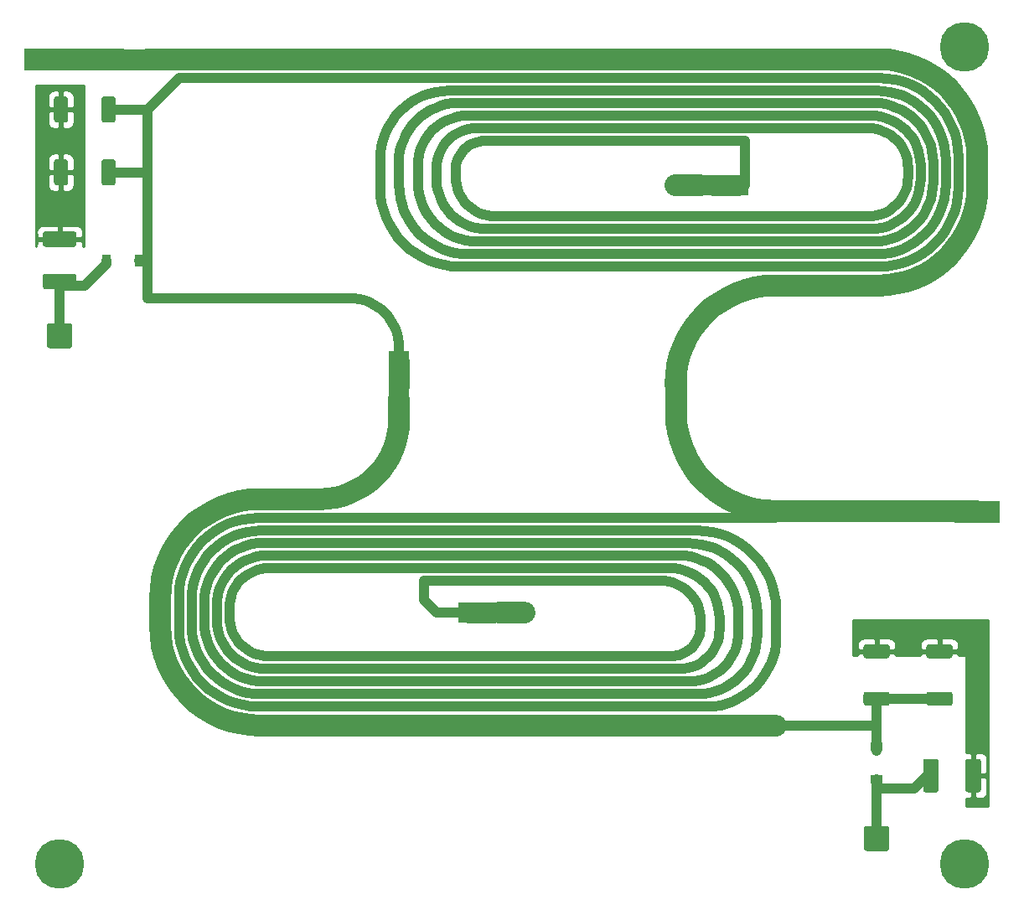
<source format=gbr>
%TF.GenerationSoftware,KiCad,Pcbnew,(5.1.12)-1*%
%TF.CreationDate,2021-12-02T17:45:38+10:30*%
%TF.ProjectId,SWR_02,5357525f-3032-42e6-9b69-6361645f7063,2*%
%TF.SameCoordinates,Original*%
%TF.FileFunction,Copper,L1,Top*%
%TF.FilePolarity,Positive*%
%FSLAX46Y46*%
G04 Gerber Fmt 4.6, Leading zero omitted, Abs format (unit mm)*
G04 Created by KiCad (PCBNEW (5.1.12)-1) date 2021-12-02 17:45:38*
%MOMM*%
%LPD*%
G01*
G04 APERTURE LIST*
%TA.AperFunction,EtchedComponent*%
%ADD10C,2.159000*%
%TD*%
%TA.AperFunction,SMDPad,CuDef*%
%ADD11R,2.032000X2.159000*%
%TD*%
%TA.AperFunction,SMDPad,CuDef*%
%ADD12R,2.159000X2.032000*%
%TD*%
%TA.AperFunction,ConnectorPad*%
%ADD13R,4.572000X2.184400*%
%TD*%
%TA.AperFunction,ConnectorPad*%
%ADD14C,5.000000*%
%TD*%
%TA.AperFunction,ComponentPad*%
%ADD15C,2.900000*%
%TD*%
%TA.AperFunction,SMDPad,CuDef*%
%ADD16R,0.900000X1.200000*%
%TD*%
%TA.AperFunction,SMDPad,CuDef*%
%ADD17R,1.200000X0.900000*%
%TD*%
%TA.AperFunction,ViaPad*%
%ADD18C,1.905000*%
%TD*%
%TA.AperFunction,Conductor*%
%ADD19C,2.184400*%
%TD*%
%TA.AperFunction,Conductor*%
%ADD20C,1.016000*%
%TD*%
%TA.AperFunction,Conductor*%
%ADD21C,0.254000*%
%TD*%
%TA.AperFunction,Conductor*%
%ADD22C,0.100000*%
%TD*%
G04 APERTURE END LIST*
D10*
%TO.C,L1A1*%
X63500000Y-30480000D02*
X60960000Y-30480000D01*
%TO.C,L1A2*%
X120650000Y-43180000D02*
X123190000Y-43180000D01*
%TO.C,L2A1*%
X88900000Y-63500000D02*
X88900000Y-60960000D01*
%TO.C,L2A2*%
X98425000Y-86360000D02*
X95885000Y-86360000D01*
%TD*%
D11*
%TO.P,L1A1,2*%
%TO.N,/Signal_Out*%
X63500000Y-30480000D03*
%TO.P,L1A1,1*%
%TO.N,/Signal_In*%
X60960000Y-30480000D03*
%TD*%
%TO.P,L1A2,2*%
%TO.N,GND*%
X120650000Y-43180000D03*
%TO.P,L1A2,1*%
%TO.N,/Fwd*%
X123190000Y-43180000D03*
%TD*%
D12*
%TO.P,L2A1,2*%
%TO.N,/Refl*%
X88900000Y-63500000D03*
%TO.P,L2A1,1*%
%TO.N,/Fwd*%
X88900000Y-60960000D03*
%TD*%
D11*
%TO.P,L2A2,2*%
%TO.N,GND*%
X98425000Y-86360000D03*
%TO.P,L2A2,1*%
%TO.N,/Signal_Out*%
X95885000Y-86360000D03*
%TD*%
D13*
%TO.P,J2,1*%
%TO.N,/Signal_Out*%
X147320000Y-76200000D03*
%TD*%
%TO.P,J1,1*%
%TO.N,/Signal_In*%
X53340000Y-30480000D03*
%TD*%
D14*
%TO.P,H2,1*%
%TO.N,N/C*%
X54610000Y-111760000D03*
D15*
X54610000Y-111760000D03*
%TD*%
D14*
%TO.P,H1,1*%
%TO.N,N/C*%
X146050000Y-29210000D03*
D15*
X146050000Y-29210000D03*
%TD*%
%TO.P,C1,2*%
%TO.N,/Fwd_Out*%
%TA.AperFunction,SMDPad,CuDef*%
G36*
G01*
X53159998Y-52150000D02*
X56060002Y-52150000D01*
G75*
G02*
X56310000Y-52399998I0J-249998D01*
G01*
X56310000Y-53475002D01*
G75*
G02*
X56060002Y-53725000I-249998J0D01*
G01*
X53159998Y-53725000D01*
G75*
G02*
X52910000Y-53475002I0J249998D01*
G01*
X52910000Y-52399998D01*
G75*
G02*
X53159998Y-52150000I249998J0D01*
G01*
G37*
%TD.AperFunction*%
%TO.P,C1,1*%
%TO.N,GND*%
%TA.AperFunction,SMDPad,CuDef*%
G36*
G01*
X53159998Y-47875000D02*
X56060002Y-47875000D01*
G75*
G02*
X56310000Y-48124998I0J-249998D01*
G01*
X56310000Y-49200002D01*
G75*
G02*
X56060002Y-49450000I-249998J0D01*
G01*
X53159998Y-49450000D01*
G75*
G02*
X52910000Y-49200002I0J249998D01*
G01*
X52910000Y-48124998D01*
G75*
G02*
X53159998Y-47875000I249998J0D01*
G01*
G37*
%TD.AperFunction*%
%TD*%
%TO.P,R1,1*%
%TO.N,/Fwd*%
%TA.AperFunction,SMDPad,CuDef*%
G36*
G01*
X60250000Y-34484999D02*
X60250000Y-36635001D01*
G75*
G02*
X60000001Y-36885000I-249999J0D01*
G01*
X59099999Y-36885000D01*
G75*
G02*
X58850000Y-36635001I0J249999D01*
G01*
X58850000Y-34484999D01*
G75*
G02*
X59099999Y-34235000I249999J0D01*
G01*
X60000001Y-34235000D01*
G75*
G02*
X60250000Y-34484999I0J-249999D01*
G01*
G37*
%TD.AperFunction*%
%TO.P,R1,2*%
%TO.N,GND*%
%TA.AperFunction,SMDPad,CuDef*%
G36*
G01*
X55450000Y-34484999D02*
X55450000Y-36635001D01*
G75*
G02*
X55200001Y-36885000I-249999J0D01*
G01*
X54299999Y-36885000D01*
G75*
G02*
X54050000Y-36635001I0J249999D01*
G01*
X54050000Y-34484999D01*
G75*
G02*
X54299999Y-34235000I249999J0D01*
G01*
X55200001Y-34235000D01*
G75*
G02*
X55450000Y-34484999I0J-249999D01*
G01*
G37*
%TD.AperFunction*%
%TD*%
%TO.P,R2,2*%
%TO.N,GND*%
%TA.AperFunction,SMDPad,CuDef*%
G36*
G01*
X55450000Y-40834999D02*
X55450000Y-42985001D01*
G75*
G02*
X55200001Y-43235000I-249999J0D01*
G01*
X54299999Y-43235000D01*
G75*
G02*
X54050000Y-42985001I0J249999D01*
G01*
X54050000Y-40834999D01*
G75*
G02*
X54299999Y-40585000I249999J0D01*
G01*
X55200001Y-40585000D01*
G75*
G02*
X55450000Y-40834999I0J-249999D01*
G01*
G37*
%TD.AperFunction*%
%TO.P,R2,1*%
%TO.N,/Fwd*%
%TA.AperFunction,SMDPad,CuDef*%
G36*
G01*
X60250000Y-40834999D02*
X60250000Y-42985001D01*
G75*
G02*
X60000001Y-43235000I-249999J0D01*
G01*
X59099999Y-43235000D01*
G75*
G02*
X58850000Y-42985001I0J249999D01*
G01*
X58850000Y-40834999D01*
G75*
G02*
X59099999Y-40585000I249999J0D01*
G01*
X60000001Y-40585000D01*
G75*
G02*
X60250000Y-40834999I0J-249999D01*
G01*
G37*
%TD.AperFunction*%
%TD*%
%TO.P,R3,2*%
%TO.N,GND*%
%TA.AperFunction,SMDPad,CuDef*%
G36*
G01*
X138235001Y-91010000D02*
X136084999Y-91010000D01*
G75*
G02*
X135835000Y-90760001I0J249999D01*
G01*
X135835000Y-89859999D01*
G75*
G02*
X136084999Y-89610000I249999J0D01*
G01*
X138235001Y-89610000D01*
G75*
G02*
X138485000Y-89859999I0J-249999D01*
G01*
X138485000Y-90760001D01*
G75*
G02*
X138235001Y-91010000I-249999J0D01*
G01*
G37*
%TD.AperFunction*%
%TO.P,R3,1*%
%TO.N,/Refl*%
%TA.AperFunction,SMDPad,CuDef*%
G36*
G01*
X138235001Y-95810000D02*
X136084999Y-95810000D01*
G75*
G02*
X135835000Y-95560001I0J249999D01*
G01*
X135835000Y-94659999D01*
G75*
G02*
X136084999Y-94410000I249999J0D01*
G01*
X138235001Y-94410000D01*
G75*
G02*
X138485000Y-94659999I0J-249999D01*
G01*
X138485000Y-95560001D01*
G75*
G02*
X138235001Y-95810000I-249999J0D01*
G01*
G37*
%TD.AperFunction*%
%TD*%
%TO.P,R4,1*%
%TO.N,/Refl*%
%TA.AperFunction,SMDPad,CuDef*%
G36*
G01*
X144585001Y-95810000D02*
X142434999Y-95810000D01*
G75*
G02*
X142185000Y-95560001I0J249999D01*
G01*
X142185000Y-94659999D01*
G75*
G02*
X142434999Y-94410000I249999J0D01*
G01*
X144585001Y-94410000D01*
G75*
G02*
X144835000Y-94659999I0J-249999D01*
G01*
X144835000Y-95560001D01*
G75*
G02*
X144585001Y-95810000I-249999J0D01*
G01*
G37*
%TD.AperFunction*%
%TO.P,R4,2*%
%TO.N,GND*%
%TA.AperFunction,SMDPad,CuDef*%
G36*
G01*
X144585001Y-91010000D02*
X142434999Y-91010000D01*
G75*
G02*
X142185000Y-90760001I0J249999D01*
G01*
X142185000Y-89859999D01*
G75*
G02*
X142434999Y-89610000I249999J0D01*
G01*
X144585001Y-89610000D01*
G75*
G02*
X144835000Y-89859999I0J-249999D01*
G01*
X144835000Y-90760001D01*
G75*
G02*
X144585001Y-91010000I-249999J0D01*
G01*
G37*
%TD.AperFunction*%
%TD*%
%TO.P,J3,1*%
%TO.N,/Fwd_Out*%
%TA.AperFunction,ComponentPad*%
G36*
G01*
X53335000Y-59445001D02*
X53335000Y-57394999D01*
G75*
G02*
X53584999Y-57145000I249999J0D01*
G01*
X55635001Y-57145000D01*
G75*
G02*
X55885000Y-57394999I0J-249999D01*
G01*
X55885000Y-59445001D01*
G75*
G02*
X55635001Y-59695000I-249999J0D01*
G01*
X53584999Y-59695000D01*
G75*
G02*
X53335000Y-59445001I0J249999D01*
G01*
G37*
%TD.AperFunction*%
%TD*%
%TO.P,J4,1*%
%TO.N,/Refl_Out*%
%TA.AperFunction,ComponentPad*%
G36*
G01*
X135885000Y-110245001D02*
X135885000Y-108194999D01*
G75*
G02*
X136134999Y-107945000I249999J0D01*
G01*
X138185001Y-107945000D01*
G75*
G02*
X138435000Y-108194999I0J-249999D01*
G01*
X138435000Y-110245001D01*
G75*
G02*
X138185001Y-110495000I-249999J0D01*
G01*
X136134999Y-110495000D01*
G75*
G02*
X135885000Y-110245001I0J249999D01*
G01*
G37*
%TD.AperFunction*%
%TD*%
%TO.P,C2,1*%
%TO.N,/Refl_Out*%
%TA.AperFunction,SMDPad,CuDef*%
G36*
G01*
X141855000Y-104320001D02*
X141855000Y-101419999D01*
G75*
G02*
X142104999Y-101170000I249999J0D01*
G01*
X143180001Y-101170000D01*
G75*
G02*
X143430000Y-101419999I0J-249999D01*
G01*
X143430000Y-104320001D01*
G75*
G02*
X143180001Y-104570000I-249999J0D01*
G01*
X142104999Y-104570000D01*
G75*
G02*
X141855000Y-104320001I0J249999D01*
G01*
G37*
%TD.AperFunction*%
%TO.P,C2,2*%
%TO.N,GND*%
%TA.AperFunction,SMDPad,CuDef*%
G36*
G01*
X146130000Y-104320001D02*
X146130000Y-101419999D01*
G75*
G02*
X146379999Y-101170000I249999J0D01*
G01*
X147455001Y-101170000D01*
G75*
G02*
X147705000Y-101419999I0J-249999D01*
G01*
X147705000Y-104320001D01*
G75*
G02*
X147455001Y-104570000I-249999J0D01*
G01*
X146379999Y-104570000D01*
G75*
G02*
X146130000Y-104320001I0J249999D01*
G01*
G37*
%TD.AperFunction*%
%TD*%
D16*
%TO.P,D1,1*%
%TO.N,/Fwd_Out*%
X59310000Y-50800000D03*
%TO.P,D1,2*%
%TO.N,/Fwd*%
X62610000Y-50800000D03*
%TD*%
D17*
%TO.P,D2,2*%
%TO.N,/Refl*%
X137160000Y-99950000D03*
%TO.P,D2,1*%
%TO.N,/Refl_Out*%
X137160000Y-103250000D03*
%TD*%
D15*
%TO.P,H3,1*%
%TO.N,N/C*%
X146050000Y-111760000D03*
D14*
X146050000Y-111760000D03*
%TD*%
D18*
%TO.N,GND*%
X53340000Y-38735000D03*
X53340000Y-45720000D03*
X116840000Y-43180000D03*
X147320000Y-97790000D03*
X101600000Y-86360000D03*
X140335000Y-88265000D03*
%TD*%
D19*
%TO.N,GND*%
X99060000Y-86360000D02*
X101600000Y-86360000D01*
X116840000Y-43180000D02*
X119380000Y-43180000D01*
D20*
%TO.N,/Fwd_Out*%
X54610000Y-52937500D02*
X54610000Y-58420000D01*
X59310000Y-50800000D02*
X59310000Y-51180000D01*
X59310000Y-51180000D02*
X57150000Y-53340000D01*
X57150000Y-53340000D02*
X54610000Y-53340000D01*
%TO.N,/Refl_Out*%
X137160000Y-103250000D02*
X137160000Y-104140000D01*
X137160000Y-104140000D02*
X140970000Y-104140000D01*
X140970000Y-104140000D02*
X142240000Y-102870000D01*
X137160000Y-109220000D02*
X137160000Y-104140000D01*
%TO.N,/Fwd*%
X135890000Y-51435000D02*
X137160000Y-51435000D01*
X137415000Y-51435000D02*
X135890000Y-51435000D01*
X137415000Y-51435000D02*
X138199137Y-51396477D01*
X138199137Y-51396477D02*
X138975722Y-51281282D01*
X138975722Y-51281282D02*
X139737277Y-51090522D01*
X139737277Y-51090522D02*
X140476467Y-50826036D01*
X140476467Y-50826036D02*
X141186173Y-50490370D01*
X141186173Y-50490370D02*
X141859561Y-50086756D01*
X141859561Y-50086756D02*
X142490146Y-49619083D01*
X142490146Y-49619083D02*
X143071854Y-49091854D01*
X143071854Y-49091854D02*
X143599083Y-48510146D01*
X143599083Y-48510146D02*
X144066756Y-47879561D01*
X144066756Y-47879561D02*
X144470370Y-47206173D01*
X144470370Y-47206173D02*
X144806036Y-46496467D01*
X144806036Y-46496467D02*
X145070522Y-45757277D01*
X145070522Y-45757277D02*
X145261282Y-44995722D01*
X145261282Y-44995722D02*
X145376477Y-44219137D01*
X145376477Y-44219137D02*
X145415000Y-43435000D01*
X137415000Y-32385000D02*
X130810000Y-32385000D01*
X137415000Y-32385000D02*
X138199137Y-32423522D01*
X138199137Y-32423522D02*
X138975722Y-32538717D01*
X138975722Y-32538717D02*
X139737277Y-32729477D01*
X139737277Y-32729477D02*
X140476467Y-32993963D01*
X140476467Y-32993963D02*
X141186173Y-33329629D01*
X141186173Y-33329629D02*
X141859561Y-33733243D01*
X141859561Y-33733243D02*
X142490146Y-34200916D01*
X142490146Y-34200916D02*
X143071854Y-34728145D01*
X143071854Y-34728145D02*
X143599083Y-35309853D01*
X143599083Y-35309853D02*
X144066756Y-35940438D01*
X144066756Y-35940438D02*
X144470370Y-36613826D01*
X144470370Y-36613826D02*
X144806036Y-37323532D01*
X144806036Y-37323532D02*
X145070522Y-38062722D01*
X145070522Y-38062722D02*
X145261282Y-38824277D01*
X145261282Y-38824277D02*
X145376477Y-39600862D01*
X145376477Y-39600862D02*
X145415000Y-40385000D01*
X145415000Y-40385000D02*
X145415000Y-43435000D01*
X62610000Y-50800000D02*
X63500000Y-50800000D01*
X63500000Y-54610000D02*
X82550000Y-54610000D01*
X83900000Y-54610000D02*
X82550000Y-54610000D01*
X83900000Y-54610000D02*
X84390085Y-54634076D01*
X84390085Y-54634076D02*
X84875451Y-54706073D01*
X84875451Y-54706073D02*
X85351423Y-54825298D01*
X85351423Y-54825298D02*
X85813417Y-54990602D01*
X85813417Y-54990602D02*
X86256983Y-55200393D01*
X86256983Y-55200393D02*
X86677851Y-55452651D01*
X86677851Y-55452651D02*
X87071966Y-55744947D01*
X87071966Y-55744947D02*
X87435533Y-56074466D01*
X87435533Y-56074466D02*
X87765052Y-56438033D01*
X87765052Y-56438033D02*
X88057348Y-56832148D01*
X88057348Y-56832148D02*
X88309606Y-57253016D01*
X88309606Y-57253016D02*
X88519397Y-57696582D01*
X88519397Y-57696582D02*
X88684701Y-58158576D01*
X88684701Y-58158576D02*
X88803926Y-58634548D01*
X88803926Y-58634548D02*
X88875923Y-59119914D01*
X88875923Y-59119914D02*
X88900000Y-59610000D01*
X88900000Y-59610000D02*
X88900000Y-60960000D01*
X59550000Y-35560000D02*
X63500000Y-35560000D01*
X63500000Y-40640000D02*
X63500000Y-35560000D01*
X59550000Y-41910000D02*
X63500000Y-41910000D01*
X63500000Y-41910000D02*
X63500000Y-40640000D01*
X63500000Y-54610000D02*
X63500000Y-41910000D01*
X117597875Y-32385000D02*
X130780000Y-32385000D01*
X66675000Y-32385000D02*
X117597875Y-32385000D01*
X63500000Y-35560000D02*
X66675000Y-32385000D01*
X94995000Y-51435000D02*
X135890000Y-51435000D01*
X94210862Y-51396477D02*
X94995000Y-51435000D01*
X93434277Y-51281282D02*
X94210862Y-51396477D01*
X92672722Y-51090522D02*
X93434277Y-51281282D01*
X91933532Y-50826036D02*
X92672722Y-51090522D01*
X91223826Y-50490370D02*
X91933532Y-50826036D01*
X90550438Y-50086756D02*
X91223826Y-50490370D01*
X89919853Y-49619083D02*
X90550438Y-50086756D01*
X89338145Y-49091854D02*
X89919853Y-49619083D01*
X88810916Y-48510146D02*
X89338145Y-49091854D01*
X88343243Y-47879561D02*
X88810916Y-48510146D01*
X87939629Y-47206173D02*
X88343243Y-47879561D01*
X87603963Y-46496467D02*
X87939629Y-47206173D01*
X87339477Y-45757277D02*
X87603963Y-46496467D01*
X87148717Y-44995722D02*
X87339477Y-45757277D01*
X87033522Y-44219137D02*
X87148717Y-44995722D01*
X86995000Y-43435000D02*
X87033522Y-44219137D01*
X86995000Y-40655000D02*
X86995000Y-43435000D01*
X87028706Y-39968880D02*
X86995000Y-40655000D01*
X87129503Y-39289367D02*
X87028706Y-39968880D01*
X87296417Y-38623007D02*
X87129503Y-39289367D01*
X87527843Y-37976215D02*
X87296417Y-38623007D01*
X87821551Y-37355222D02*
X87527843Y-37976215D01*
X88174712Y-36766008D02*
X87821551Y-37355222D01*
X88583926Y-36214247D02*
X88174712Y-36766008D01*
X89045252Y-35705252D02*
X88583926Y-36214247D01*
X89554247Y-35243926D02*
X89045252Y-35705252D01*
X90106008Y-34834712D02*
X89554247Y-35243926D01*
X90695222Y-34481551D02*
X90106008Y-34834712D01*
X91316215Y-34187843D02*
X90695222Y-34481551D01*
X91963007Y-33956417D02*
X91316215Y-34187843D01*
X92629367Y-33789503D02*
X91963007Y-33956417D01*
X93308880Y-33688706D02*
X92629367Y-33789503D01*
X93995000Y-33655000D02*
X93308880Y-33688706D01*
X137145000Y-33655000D02*
X93995000Y-33655000D01*
X137831119Y-33688706D02*
X137145000Y-33655000D01*
X138510632Y-33789503D02*
X137831119Y-33688706D01*
X139176992Y-33956417D02*
X138510632Y-33789503D01*
X139823784Y-34187843D02*
X139176992Y-33956417D01*
X140444777Y-34481551D02*
X139823784Y-34187843D01*
X141033991Y-34834712D02*
X140444777Y-34481551D01*
X141585752Y-35243926D02*
X141033991Y-34834712D01*
X142094747Y-35705252D02*
X141585752Y-35243926D01*
X142556073Y-36214247D02*
X142094747Y-35705252D01*
X142965287Y-36766008D02*
X142556073Y-36214247D01*
X143318448Y-37355222D02*
X142965287Y-36766008D01*
X143612156Y-37976215D02*
X143318448Y-37355222D01*
X143843582Y-38623007D02*
X143612156Y-37976215D01*
X144010496Y-39289367D02*
X143843582Y-38623007D01*
X144111293Y-39968880D02*
X144010496Y-39289367D01*
X144145000Y-40655000D02*
X144111293Y-39968880D01*
X141014606Y-38838016D02*
X140762348Y-38417148D01*
X141389701Y-39743576D02*
X141224397Y-39281582D01*
X141580923Y-40704914D02*
X141508926Y-40219548D01*
X141605000Y-41195000D02*
X141580923Y-40704914D01*
X141580923Y-43115085D02*
X141605000Y-42625000D01*
X141508926Y-43600451D02*
X141580923Y-43115085D01*
X141224397Y-44538417D02*
X141389701Y-44076423D01*
X140762348Y-45402851D02*
X141014606Y-44981983D01*
X140470052Y-45796966D02*
X140762348Y-45402851D01*
X140140533Y-46160533D02*
X140470052Y-45796966D01*
X139776966Y-46490052D02*
X140140533Y-46160533D01*
X139382851Y-46782348D02*
X139776966Y-46490052D01*
X138961983Y-47034606D02*
X139382851Y-46782348D01*
X138518417Y-47244397D02*
X138961983Y-47034606D01*
X138056423Y-47409701D02*
X138518417Y-47244397D01*
X137580451Y-47528926D02*
X138056423Y-47409701D01*
X137095085Y-47600923D02*
X137580451Y-47528926D01*
X97710000Y-47625000D02*
X136605000Y-47625000D01*
X95796582Y-47244397D02*
X96258576Y-47409701D01*
X94932148Y-46782348D02*
X95353015Y-47034606D01*
X94538033Y-46490052D02*
X94932148Y-46782348D01*
X93844947Y-45796966D02*
X94174465Y-46160534D01*
X93300392Y-44981983D02*
X93552651Y-45402851D01*
X93090601Y-44538417D02*
X93300392Y-44981983D01*
X92806072Y-43600451D02*
X92925297Y-44076423D01*
X92734075Y-43115085D02*
X92806072Y-43600451D01*
X92710000Y-42625000D02*
X92734075Y-43115085D01*
X92729261Y-41072931D02*
X92710000Y-41465000D01*
X92786858Y-40684638D02*
X92729261Y-41072931D01*
X92882238Y-40303861D02*
X92786858Y-40684638D01*
X93182314Y-39579413D02*
X93014481Y-39934266D01*
X93384121Y-39242719D02*
X93182314Y-39579413D01*
X93617958Y-38927426D02*
X93384121Y-39242719D01*
X93881572Y-38636572D02*
X93617958Y-38927426D01*
X94172426Y-38372958D02*
X93881572Y-38636572D01*
X94487719Y-38139121D02*
X94172426Y-38372958D01*
X94824413Y-37937314D02*
X94487719Y-38139121D01*
X95179266Y-37769481D02*
X94824413Y-37937314D01*
X95548861Y-37637238D02*
X95179266Y-37769481D01*
X95929638Y-37541858D02*
X95548861Y-37637238D01*
X96317931Y-37484261D02*
X95929638Y-37541858D01*
X96710000Y-37465000D02*
X96317931Y-37484261D01*
X136335000Y-37465000D02*
X96710000Y-37465000D01*
X136727068Y-37484261D02*
X136335000Y-37465000D01*
X137115361Y-37541858D02*
X136727068Y-37484261D01*
X137496138Y-37637238D02*
X137115361Y-37541858D01*
X137865733Y-37769481D02*
X137496138Y-37637238D01*
X138220586Y-37937314D02*
X137865733Y-37769481D01*
X138557280Y-38139121D02*
X138220586Y-37937314D01*
X138872573Y-38372958D02*
X138557280Y-38139121D01*
X139163427Y-38636572D02*
X138872573Y-38372958D01*
X139427041Y-38927426D02*
X139163427Y-38636572D01*
X139660878Y-39242719D02*
X139427041Y-38927426D01*
X95786572Y-45183427D02*
X96077426Y-45447041D01*
X94787238Y-43516138D02*
X94919481Y-43885733D01*
X94691858Y-43135361D02*
X94787238Y-43516138D01*
X94634261Y-42747068D02*
X94691858Y-43135361D01*
X95289121Y-44577280D02*
X95522958Y-44892573D01*
X141605000Y-42625000D02*
X141605000Y-41195000D01*
X94843361Y-40586949D02*
X94744178Y-40864145D01*
X92071619Y-35633472D02*
X91566578Y-35936182D01*
X96392719Y-45680878D02*
X96729413Y-45882685D01*
X94615000Y-42355000D02*
X94634261Y-42747068D01*
X138557280Y-45680878D02*
X138872573Y-45447041D01*
X93552651Y-45402851D02*
X93844947Y-45796966D01*
X94629445Y-41440948D02*
X94615000Y-41735000D01*
X88900000Y-40925000D02*
X88900000Y-43165000D01*
X137115361Y-46278141D02*
X137496138Y-46182761D01*
X140162761Y-40303861D02*
X140030518Y-39934266D01*
X97219914Y-47600923D02*
X97710000Y-47625000D01*
X95522958Y-44892573D02*
X95786572Y-45183427D01*
X136605000Y-47625000D02*
X137095085Y-47600923D01*
X94744178Y-40864145D02*
X94672644Y-41149729D01*
X95900000Y-50165000D02*
X137145000Y-50165000D01*
X94672644Y-41149729D02*
X94629445Y-41440948D01*
X91459247Y-48576073D02*
X92011008Y-48985287D01*
X98615000Y-46355000D02*
X136335000Y-46355000D01*
X95353015Y-47034606D02*
X95796582Y-47244397D01*
X94969236Y-40320809D02*
X94843361Y-40586949D01*
X143318448Y-46464777D02*
X143612156Y-45843784D01*
X140335000Y-41465000D02*
X140315738Y-41072931D01*
X92710000Y-41465000D02*
X92710000Y-42625000D01*
X123825000Y-43180000D02*
X123825000Y-38735000D01*
X90488926Y-47605752D02*
X90950252Y-48114747D01*
X96077426Y-45447041D02*
X96392719Y-45680878D01*
X96734548Y-47528926D02*
X97219914Y-47600923D01*
X96744145Y-38864178D02*
X96466949Y-38963361D01*
X89034503Y-44530632D02*
X89201417Y-45196992D01*
X94919481Y-43885733D02*
X95087314Y-44240586D01*
X123825000Y-38735000D02*
X97615000Y-38735000D01*
X90657359Y-36682359D02*
X90261937Y-37118640D01*
X94174465Y-46160534D02*
X94538033Y-46490052D01*
X97615000Y-38735000D02*
X97320948Y-38749445D01*
X143612156Y-45843784D02*
X143843582Y-45196992D01*
X141508926Y-40219548D02*
X141389701Y-39743576D01*
X97320948Y-38749445D02*
X97029729Y-38792644D01*
X95087314Y-44240586D02*
X95289121Y-44577280D01*
X141389701Y-44076423D02*
X141508926Y-43600451D01*
X95948289Y-39240591D02*
X95711820Y-39415968D01*
X89201417Y-45196992D02*
X89432843Y-45843784D01*
X96258576Y-47409701D02*
X96734548Y-47528926D01*
X97029729Y-38792644D02*
X96744145Y-38864178D01*
X90261937Y-37118640D02*
X89911182Y-37591578D01*
X96466949Y-38963361D02*
X96200809Y-39089236D01*
X140444777Y-49338448D02*
X141033991Y-48985287D01*
X138872573Y-45447041D02*
X139163427Y-45183427D01*
X141014606Y-44981983D02*
X141224397Y-44538417D01*
X95711820Y-39415968D02*
X95493679Y-39613679D01*
X139176992Y-49863582D02*
X139823784Y-49632156D01*
X141224397Y-39281582D02*
X141014606Y-38838016D01*
X95493679Y-39613679D02*
X95295968Y-39831820D01*
X89356722Y-38628899D02*
X89158357Y-39183291D01*
X140030518Y-39934266D02*
X139862685Y-39579413D01*
X92925297Y-44076423D02*
X93090601Y-44538417D01*
X96200809Y-39089236D02*
X95948289Y-39240591D01*
X92600222Y-49338448D02*
X93221215Y-49632156D01*
X140162761Y-43516138D02*
X140258141Y-43135361D01*
X94615000Y-41735000D02*
X94615000Y-42355000D01*
X93014481Y-39934266D02*
X92882238Y-40303861D01*
X95295968Y-39831820D02*
X95120591Y-40068289D01*
X90079712Y-47053991D02*
X90488926Y-47605752D01*
X97834638Y-46278141D02*
X98222931Y-46335738D01*
X95120591Y-40068289D02*
X94969236Y-40320809D01*
X141033991Y-48985287D02*
X141585752Y-48576073D01*
X96729413Y-45882685D02*
X97084266Y-46050518D01*
X97084266Y-46050518D02*
X97453861Y-46182761D01*
X97453861Y-46182761D02*
X97834638Y-46278141D01*
X98222931Y-46335738D02*
X98615000Y-46355000D01*
X136335000Y-46355000D02*
X136727068Y-46335738D01*
X136727068Y-46335738D02*
X137115361Y-46278141D01*
X137496138Y-46182761D02*
X137865733Y-46050518D01*
X137865733Y-46050518D02*
X138220586Y-45882685D01*
X138220586Y-45882685D02*
X138557280Y-45680878D01*
X139163427Y-45183427D02*
X139427041Y-44892573D01*
X139427041Y-44892573D02*
X139660878Y-44577280D01*
X139660878Y-44577280D02*
X139862685Y-44240586D01*
X139862685Y-44240586D02*
X140030518Y-43885733D01*
X140030518Y-43885733D02*
X140162761Y-43516138D01*
X140258141Y-43135361D02*
X140315738Y-42747068D01*
X140315738Y-42747068D02*
X140335000Y-42355000D01*
X140335000Y-42355000D02*
X140335000Y-41465000D01*
X140315738Y-41072931D02*
X140258141Y-40684638D01*
X140258141Y-40684638D02*
X140162761Y-40303861D01*
X139862685Y-39579413D02*
X139660878Y-39242719D01*
X140762348Y-38417148D02*
X140470052Y-38023033D01*
X140470052Y-38023033D02*
X140140533Y-37659466D01*
X140140533Y-37659466D02*
X139776966Y-37329947D01*
X139776966Y-37329947D02*
X139382851Y-37037651D01*
X139382851Y-37037651D02*
X138961983Y-36785393D01*
X138961983Y-36785393D02*
X138518417Y-36575602D01*
X138518417Y-36575602D02*
X138056423Y-36410298D01*
X138056423Y-36410298D02*
X137580451Y-36291073D01*
X137580451Y-36291073D02*
X137095085Y-36219076D01*
X137095085Y-36219076D02*
X136605000Y-36195000D01*
X136605000Y-36195000D02*
X95805000Y-36195000D01*
X95805000Y-36195000D02*
X95314914Y-36219076D01*
X95314914Y-36219076D02*
X94829548Y-36291073D01*
X94829548Y-36291073D02*
X94353576Y-36410298D01*
X94353576Y-36410298D02*
X93891582Y-36575602D01*
X93891582Y-36575602D02*
X93448016Y-36785393D01*
X93448016Y-36785393D02*
X93027148Y-37037651D01*
X93027148Y-37037651D02*
X92633033Y-37329947D01*
X92633033Y-37329947D02*
X92269466Y-37659466D01*
X92269466Y-37659466D02*
X91939947Y-38023033D01*
X91939947Y-38023033D02*
X91647651Y-38417148D01*
X91647651Y-38417148D02*
X91395393Y-38838016D01*
X91395393Y-38838016D02*
X91185602Y-39281582D01*
X91185602Y-39281582D02*
X91020298Y-39743576D01*
X91020298Y-39743576D02*
X90901073Y-40219548D01*
X90901073Y-40219548D02*
X90829076Y-40704914D01*
X90829076Y-40704914D02*
X90805000Y-41195000D01*
X90805000Y-41195000D02*
X90805000Y-42895000D01*
X90805000Y-42895000D02*
X90833891Y-43483102D01*
X90833891Y-43483102D02*
X90920288Y-44065541D01*
X90920288Y-44065541D02*
X91063357Y-44636708D01*
X91063357Y-44636708D02*
X91261722Y-45191100D01*
X91261722Y-45191100D02*
X91513472Y-45723380D01*
X91513472Y-45723380D02*
X91816182Y-46228421D01*
X91816182Y-46228421D02*
X92166937Y-46701359D01*
X92166937Y-46701359D02*
X92562359Y-47137640D01*
X92562359Y-47137640D02*
X92998640Y-47533062D01*
X92998640Y-47533062D02*
X93471578Y-47883817D01*
X93471578Y-47883817D02*
X93976619Y-48186527D01*
X93976619Y-48186527D02*
X94508899Y-48438277D01*
X94508899Y-48438277D02*
X95063291Y-48636642D01*
X95063291Y-48636642D02*
X95634458Y-48779711D01*
X95634458Y-48779711D02*
X96216897Y-48866108D01*
X96216897Y-48866108D02*
X96805000Y-48895000D01*
X96805000Y-48895000D02*
X136875000Y-48895000D01*
X136875000Y-48895000D02*
X137463102Y-48866108D01*
X137463102Y-48866108D02*
X138045541Y-48779711D01*
X138045541Y-48779711D02*
X138616708Y-48636642D01*
X138616708Y-48636642D02*
X139171100Y-48438277D01*
X139171100Y-48438277D02*
X139703380Y-48186527D01*
X139703380Y-48186527D02*
X140208421Y-47883817D01*
X140208421Y-47883817D02*
X140681359Y-47533062D01*
X140681359Y-47533062D02*
X141117640Y-47137640D01*
X141117640Y-47137640D02*
X141513062Y-46701359D01*
X141513062Y-46701359D02*
X141863817Y-46228421D01*
X141863817Y-46228421D02*
X142166527Y-45723380D01*
X142166527Y-45723380D02*
X142418277Y-45191100D01*
X142418277Y-45191100D02*
X142616642Y-44636708D01*
X142616642Y-44636708D02*
X142759711Y-44065541D01*
X142759711Y-44065541D02*
X142846108Y-43483102D01*
X142846108Y-43483102D02*
X142875000Y-42895000D01*
X142875000Y-42895000D02*
X142875000Y-40925000D01*
X142875000Y-40925000D02*
X142846108Y-40336897D01*
X142846108Y-40336897D02*
X142759711Y-39754458D01*
X142759711Y-39754458D02*
X142616642Y-39183291D01*
X142616642Y-39183291D02*
X142418277Y-38628899D01*
X142418277Y-38628899D02*
X142166527Y-38096619D01*
X142166527Y-38096619D02*
X141863817Y-37591578D01*
X141863817Y-37591578D02*
X141513062Y-37118640D01*
X141513062Y-37118640D02*
X141117640Y-36682359D01*
X141117640Y-36682359D02*
X140681359Y-36286937D01*
X140681359Y-36286937D02*
X140208421Y-35936182D01*
X140208421Y-35936182D02*
X139703380Y-35633472D01*
X139703380Y-35633472D02*
X139171100Y-35381722D01*
X139171100Y-35381722D02*
X138616708Y-35183357D01*
X138616708Y-35183357D02*
X138045541Y-35040288D01*
X138045541Y-35040288D02*
X137463102Y-34953891D01*
X137463102Y-34953891D02*
X136875000Y-34925000D01*
X136875000Y-34925000D02*
X94900000Y-34925000D01*
X94900000Y-34925000D02*
X94311897Y-34953891D01*
X94311897Y-34953891D02*
X93729458Y-35040288D01*
X93729458Y-35040288D02*
X93158291Y-35183357D01*
X93158291Y-35183357D02*
X92603899Y-35381722D01*
X92603899Y-35381722D02*
X92071619Y-35633472D01*
X91566578Y-35936182D02*
X91093640Y-36286937D01*
X91093640Y-36286937D02*
X90657359Y-36682359D01*
X89911182Y-37591578D02*
X89608472Y-38096619D01*
X89608472Y-38096619D02*
X89356722Y-38628899D01*
X89158357Y-39183291D02*
X89015288Y-39754458D01*
X89015288Y-39754458D02*
X88928891Y-40336897D01*
X88928891Y-40336897D02*
X88900000Y-40925000D01*
X88900000Y-43165000D02*
X88933706Y-43851119D01*
X88933706Y-43851119D02*
X89034503Y-44530632D01*
X89432843Y-45843784D02*
X89726551Y-46464777D01*
X89726551Y-46464777D02*
X90079712Y-47053991D01*
X90950252Y-48114747D02*
X91459247Y-48576073D01*
X92011008Y-48985287D02*
X92600222Y-49338448D01*
X93221215Y-49632156D02*
X93868007Y-49863582D01*
X93868007Y-49863582D02*
X94534367Y-50030496D01*
X94534367Y-50030496D02*
X95213880Y-50131293D01*
X95213880Y-50131293D02*
X95900000Y-50165000D01*
X137145000Y-50165000D02*
X137831119Y-50131293D01*
X137831119Y-50131293D02*
X138510632Y-50030496D01*
X138510632Y-50030496D02*
X139176992Y-49863582D01*
X139823784Y-49632156D02*
X140444777Y-49338448D01*
X141585752Y-48576073D02*
X142094747Y-48114747D01*
X142094747Y-48114747D02*
X142556073Y-47605752D01*
X142556073Y-47605752D02*
X142965287Y-47053991D01*
X142965287Y-47053991D02*
X143318448Y-46464777D01*
X143843582Y-45196992D02*
X144010496Y-44530632D01*
X144010496Y-44530632D02*
X144111293Y-43851119D01*
X144111293Y-43851119D02*
X144145000Y-43165000D01*
X144145000Y-43165000D02*
X144145000Y-40655000D01*
%TO.N,/Refl*%
X127000000Y-97790000D02*
X137160000Y-97790000D01*
X137160000Y-97790000D02*
X137160000Y-95250000D01*
X137160000Y-97790000D02*
X137160000Y-100330000D01*
X137160000Y-95110000D02*
X143370000Y-95110000D01*
X143370000Y-95110000D02*
X143510000Y-95250000D01*
D19*
X73789828Y-74978152D02*
X74770000Y-74930000D01*
X72819096Y-75122147D02*
X73789828Y-74978152D01*
X71867153Y-75360596D02*
X72819096Y-75122147D01*
X70943165Y-75691204D02*
X71867153Y-75360596D01*
X70056032Y-76110787D02*
X70943165Y-75691204D01*
X65950787Y-92503967D02*
X65531204Y-91616834D01*
X64962147Y-89740903D02*
X64818152Y-88770171D01*
X66455303Y-93345702D02*
X65950787Y-92503967D01*
X67039895Y-94133932D02*
X66455303Y-93345702D01*
X64818152Y-83949828D02*
X64962147Y-82979096D01*
X67698932Y-94861067D02*
X67039895Y-94133932D01*
X70056032Y-96609212D02*
X69214297Y-96104696D01*
X65200596Y-82027153D02*
X65531204Y-81103165D01*
X68426067Y-95520104D02*
X67698932Y-94861067D01*
X67698932Y-77858932D02*
X68426067Y-77199895D01*
X69214297Y-96104696D02*
X68426067Y-95520104D01*
X71867153Y-97359403D02*
X70943165Y-97028795D01*
X70943165Y-97028795D02*
X70056032Y-96609212D01*
X72819096Y-97597852D02*
X71867153Y-97359403D01*
X73789828Y-97741847D02*
X72819096Y-97597852D01*
X74770000Y-97790000D02*
X73789828Y-97741847D01*
X68426067Y-77199895D02*
X69214297Y-76615303D01*
X127000000Y-97790000D02*
X74770000Y-97790000D01*
X65531204Y-91616834D02*
X65200596Y-90692846D01*
X65200596Y-90692846D02*
X64962147Y-89740903D01*
X64818152Y-88770171D02*
X64770000Y-87790000D01*
X64770000Y-87790000D02*
X64770000Y-84930000D01*
X64770000Y-84930000D02*
X64818152Y-83949828D01*
X64962147Y-82979096D02*
X65200596Y-82027153D01*
X65531204Y-81103165D02*
X65950787Y-80216032D01*
X65950787Y-80216032D02*
X66455303Y-79374297D01*
X66455303Y-79374297D02*
X67039895Y-78586067D01*
X67039895Y-78586067D02*
X67698932Y-77858932D01*
X69214297Y-76615303D02*
X70056032Y-76110787D01*
X88900000Y-66930000D02*
X88900000Y-64770000D01*
X88900000Y-66930000D02*
X88861477Y-67714137D01*
X88861477Y-67714137D02*
X88746282Y-68490722D01*
X88746282Y-68490722D02*
X88555522Y-69252277D01*
X88555522Y-69252277D02*
X88291036Y-69991467D01*
X88291036Y-69991467D02*
X87955370Y-70701173D01*
X87955370Y-70701173D02*
X87551756Y-71374561D01*
X87551756Y-71374561D02*
X87084083Y-72005146D01*
X87084083Y-72005146D02*
X86556854Y-72586854D01*
X86556854Y-72586854D02*
X85975146Y-73114083D01*
X85975146Y-73114083D02*
X85344561Y-73581756D01*
X85344561Y-73581756D02*
X84671173Y-73985370D01*
X84671173Y-73985370D02*
X83961467Y-74321036D01*
X83961467Y-74321036D02*
X83222277Y-74585522D01*
X83222277Y-74585522D02*
X82460722Y-74776282D01*
X82460722Y-74776282D02*
X81684137Y-74891477D01*
X81684137Y-74891477D02*
X80900000Y-74930000D01*
X80900000Y-74930000D02*
X74770000Y-74930000D01*
%TO.N,/Signal_In*%
X53340000Y-30480000D02*
X60937799Y-30480000D01*
%TO.N,/Signal_Out*%
X137320000Y-30480000D02*
X63500000Y-30480000D01*
X137320000Y-30480000D02*
X138300171Y-30528152D01*
X138300171Y-30528152D02*
X139270903Y-30672147D01*
X139270903Y-30672147D02*
X140222846Y-30910596D01*
X140222846Y-30910596D02*
X141146834Y-31241204D01*
X141146834Y-31241204D02*
X142033967Y-31660787D01*
X142033967Y-31660787D02*
X142875702Y-32165303D01*
X142875702Y-32165303D02*
X143663932Y-32749895D01*
X143663932Y-32749895D02*
X144391067Y-33408932D01*
X144391067Y-33408932D02*
X145050104Y-34136067D01*
X145050104Y-34136067D02*
X145634696Y-34924297D01*
X145634696Y-34924297D02*
X146139212Y-35766032D01*
X146139212Y-35766032D02*
X146558795Y-36653165D01*
X146558795Y-36653165D02*
X146889403Y-37577153D01*
X146889403Y-37577153D02*
X147127852Y-38529096D01*
X147127852Y-38529096D02*
X147271847Y-39499828D01*
X147271847Y-39499828D02*
X147320000Y-40480000D01*
X137320000Y-53340000D02*
X138300171Y-53291847D01*
X138300171Y-53291847D02*
X139270903Y-53147852D01*
X139270903Y-53147852D02*
X140222846Y-52909403D01*
X140222846Y-52909403D02*
X141146834Y-52578795D01*
X141146834Y-52578795D02*
X142033967Y-52159212D01*
X142033967Y-52159212D02*
X142875702Y-51654696D01*
X142875702Y-51654696D02*
X143663932Y-51070104D01*
X143663932Y-51070104D02*
X144391067Y-50411067D01*
X144391067Y-50411067D02*
X145050104Y-49683932D01*
X145050104Y-49683932D02*
X145634696Y-48895702D01*
X145634696Y-48895702D02*
X146139212Y-48053967D01*
X146139212Y-48053967D02*
X146558795Y-47166834D01*
X146558795Y-47166834D02*
X146889403Y-46242846D01*
X146889403Y-46242846D02*
X147127852Y-45290903D01*
X147127852Y-45290903D02*
X147271847Y-44320171D01*
X147271847Y-44320171D02*
X147320000Y-43340000D01*
X147320000Y-43340000D02*
X147320000Y-40480000D01*
X136019828Y-53388152D02*
X137000000Y-53340000D01*
X137000000Y-53340000D02*
X137320000Y-53340000D01*
X126840000Y-53340000D02*
X137000000Y-53340000D01*
X126840000Y-53340000D02*
X125859828Y-53388152D01*
X125859828Y-53388152D02*
X124889096Y-53532147D01*
X124889096Y-53532147D02*
X123937153Y-53770596D01*
X123937153Y-53770596D02*
X123013165Y-54101204D01*
X123013165Y-54101204D02*
X122126032Y-54520787D01*
X122126032Y-54520787D02*
X121284297Y-55025303D01*
X121284297Y-55025303D02*
X120496067Y-55609895D01*
X120496067Y-55609895D02*
X119768932Y-56268932D01*
X119768932Y-56268932D02*
X119109895Y-56996067D01*
X119109895Y-56996067D02*
X118525303Y-57784297D01*
X118525303Y-57784297D02*
X118020787Y-58626032D01*
X118020787Y-58626032D02*
X117601204Y-59513165D01*
X117601204Y-59513165D02*
X117270596Y-60437153D01*
X117270596Y-60437153D02*
X117032147Y-61389096D01*
X117032147Y-61389096D02*
X116888152Y-62359828D01*
X116888152Y-62359828D02*
X116840000Y-63340000D01*
X116888152Y-66151848D02*
X116888152Y-62359828D01*
X116888152Y-66151848D02*
X116936304Y-67132019D01*
X116936304Y-67132019D02*
X117080299Y-68102751D01*
X117080299Y-68102751D02*
X117318748Y-69054694D01*
X117318748Y-69054694D02*
X117649356Y-69978682D01*
X117649356Y-69978682D02*
X118068939Y-70865815D01*
X118068939Y-70865815D02*
X118573455Y-71707550D01*
X118573455Y-71707550D02*
X119158047Y-72495780D01*
X119158047Y-72495780D02*
X119817084Y-73222915D01*
X119817084Y-73222915D02*
X120544219Y-73881952D01*
X120544219Y-73881952D02*
X121332449Y-74466544D01*
X121332449Y-74466544D02*
X122174184Y-74971060D01*
X122174184Y-74971060D02*
X123061317Y-75390643D01*
X123061317Y-75390643D02*
X123985305Y-75721251D01*
X123985305Y-75721251D02*
X124937248Y-75959700D01*
X124937248Y-75959700D02*
X125907980Y-76103695D01*
X125907980Y-76103695D02*
X126888152Y-76151848D01*
X126888152Y-76151848D02*
X147271848Y-76151848D01*
X126840000Y-76200000D02*
X126888152Y-76151848D01*
D20*
X115968474Y-76835000D02*
X126840000Y-76835000D01*
X74675000Y-76835000D02*
X115968474Y-76835000D01*
X73890862Y-76873522D02*
X74675000Y-76835000D01*
X73114277Y-76988717D02*
X73890862Y-76873522D01*
X72352722Y-77179477D02*
X73114277Y-76988717D01*
X71613532Y-77443963D02*
X72352722Y-77179477D01*
X70903826Y-77779629D02*
X71613532Y-77443963D01*
X70230438Y-78183243D02*
X70903826Y-77779629D01*
X69599853Y-78650916D02*
X70230438Y-78183243D01*
X69018145Y-79178145D02*
X69599853Y-78650916D01*
X68490916Y-79759853D02*
X69018145Y-79178145D01*
X68023243Y-80390438D02*
X68490916Y-79759853D01*
X67619629Y-81063826D02*
X68023243Y-80390438D01*
X67283963Y-81773532D02*
X67619629Y-81063826D01*
X67019477Y-82512722D02*
X67283963Y-81773532D01*
X66828717Y-83274277D02*
X67019477Y-82512722D01*
X66713522Y-84050862D02*
X66828717Y-83274277D01*
X66675000Y-84835000D02*
X66713522Y-84050862D01*
X66675000Y-87885000D02*
X66675000Y-84835000D01*
X66713522Y-88669137D02*
X66675000Y-87885000D01*
X66828717Y-89445722D02*
X66713522Y-88669137D01*
X67019477Y-90207277D02*
X66828717Y-89445722D01*
X67283963Y-90946467D02*
X67019477Y-90207277D01*
X67619629Y-91656173D02*
X67283963Y-90946467D01*
X68023243Y-92329561D02*
X67619629Y-91656173D01*
X68490916Y-92960146D02*
X68023243Y-92329561D01*
X69018145Y-93541854D02*
X68490916Y-92960146D01*
X69599853Y-94069083D02*
X69018145Y-93541854D01*
X70230438Y-94536756D02*
X69599853Y-94069083D01*
X70903826Y-94940370D02*
X70230438Y-94536756D01*
X71613532Y-95276036D02*
X70903826Y-94940370D01*
X72352722Y-95540522D02*
X71613532Y-95276036D01*
X73114277Y-95731282D02*
X72352722Y-95540522D01*
X73890862Y-95846477D02*
X73114277Y-95731282D01*
X74675000Y-95885000D02*
X73890862Y-95846477D01*
X120000000Y-95885000D02*
X74675000Y-95885000D01*
X120686119Y-95851293D02*
X120000000Y-95885000D01*
X121365632Y-95750496D02*
X120686119Y-95851293D01*
X122031992Y-95583582D02*
X121365632Y-95750496D01*
X122678784Y-95352156D02*
X122031992Y-95583582D01*
X123299777Y-95058448D02*
X122678784Y-95352156D01*
X123888991Y-94705287D02*
X123299777Y-95058448D01*
X124440752Y-94296073D02*
X123888991Y-94705287D01*
X124949747Y-93834747D02*
X124440752Y-94296073D01*
X125411073Y-93325752D02*
X124949747Y-93834747D01*
X125820287Y-92773991D02*
X125411073Y-93325752D01*
X126173448Y-92184777D02*
X125820287Y-92773991D01*
X126467156Y-91563784D02*
X126173448Y-92184777D01*
X126698582Y-90916992D02*
X126467156Y-91563784D01*
X126865496Y-90250632D02*
X126698582Y-90916992D01*
X126966293Y-89571119D02*
X126865496Y-90250632D01*
X127000000Y-88885000D02*
X126966293Y-89571119D01*
X127000000Y-86105000D02*
X127000000Y-88885000D01*
X126961477Y-85320862D02*
X127000000Y-86105000D01*
X126846282Y-84544277D02*
X126961477Y-85320862D01*
X126655522Y-83782722D02*
X126846282Y-84544277D01*
X126391036Y-83043532D02*
X126655522Y-83782722D01*
X126055370Y-82333826D02*
X126391036Y-83043532D01*
X125651756Y-81660438D02*
X126055370Y-82333826D01*
X125184083Y-81029853D02*
X125651756Y-81660438D01*
X124656854Y-80448145D02*
X125184083Y-81029853D01*
X124075146Y-79920916D02*
X124656854Y-80448145D01*
X123444561Y-79453243D02*
X124075146Y-79920916D01*
X122771173Y-79049629D02*
X123444561Y-79453243D01*
X122061467Y-78713963D02*
X122771173Y-79049629D01*
X121322277Y-78449477D02*
X122061467Y-78713963D01*
X120560722Y-78258717D02*
X121322277Y-78449477D01*
X119784137Y-78143522D02*
X120560722Y-78258717D01*
X119000000Y-78105000D02*
X119784137Y-78143522D01*
X74945000Y-78105000D02*
X119000000Y-78105000D01*
X74258880Y-78138706D02*
X74945000Y-78105000D01*
X73579367Y-78239503D02*
X74258880Y-78138706D01*
X72913007Y-78406417D02*
X73579367Y-78239503D01*
X72266215Y-78637843D02*
X72913007Y-78406417D01*
X71645222Y-78931551D02*
X72266215Y-78637843D01*
X71056008Y-79284712D02*
X71645222Y-78931551D01*
X70504247Y-79693926D02*
X71056008Y-79284712D01*
X69995252Y-80155252D02*
X70504247Y-79693926D01*
X69533926Y-80664247D02*
X69995252Y-80155252D01*
X69124712Y-81216008D02*
X69533926Y-80664247D01*
X68771551Y-81805222D02*
X69124712Y-81216008D01*
X68477843Y-82426215D02*
X68771551Y-81805222D01*
X68246417Y-83073007D02*
X68477843Y-82426215D01*
X68079503Y-83739367D02*
X68246417Y-83073007D01*
X67978706Y-84418880D02*
X68079503Y-83739367D01*
X67945000Y-85105000D02*
X67978706Y-84418880D01*
X67945000Y-87615000D02*
X67945000Y-85105000D01*
X67978706Y-88301119D02*
X67945000Y-87615000D01*
X70700298Y-84193576D02*
X70865602Y-83731582D01*
X70509076Y-85154914D02*
X70581073Y-84669548D01*
X70485000Y-85645000D02*
X70509076Y-85154914D01*
X70485000Y-87075000D02*
X70485000Y-85645000D01*
X70509076Y-87565085D02*
X70485000Y-87075000D01*
X71075393Y-89431983D02*
X70865602Y-88988417D01*
X71619947Y-90246966D02*
X71327651Y-89852851D01*
X71949466Y-90610533D02*
X71619947Y-90246966D01*
X73128016Y-91484606D02*
X72707148Y-91232348D01*
X73571582Y-91694397D02*
X73128016Y-91484606D01*
X74033576Y-91859701D02*
X73571582Y-91694397D01*
X74994914Y-92050923D02*
X74509548Y-91978926D01*
X75485000Y-92075000D02*
X74994914Y-92050923D01*
X117285000Y-92075000D02*
X75485000Y-92075000D01*
X118065361Y-91998141D02*
X117677068Y-92055738D01*
X118815733Y-91770518D02*
X118446138Y-91902761D01*
X119170586Y-91602685D02*
X118815733Y-91770518D01*
X119822573Y-91167041D02*
X119507280Y-91400878D01*
X120113427Y-90903427D02*
X119822573Y-91167041D01*
X120377041Y-90612573D02*
X120113427Y-90903427D01*
X121112761Y-89236138D02*
X120980518Y-89605733D01*
X121208141Y-88855361D02*
X121112761Y-89236138D01*
X121265738Y-88467068D02*
X121208141Y-88855361D01*
X121285000Y-88075000D02*
X121265738Y-88467068D01*
X121285000Y-86915000D02*
X121285000Y-88075000D01*
X121260923Y-86424914D02*
X121285000Y-86915000D01*
X121188926Y-85939548D02*
X121260923Y-86424914D01*
X121069701Y-85463576D02*
X121188926Y-85939548D01*
X120904397Y-85001582D02*
X121069701Y-85463576D01*
X120694606Y-84558016D02*
X120904397Y-85001582D01*
X120442348Y-84137148D02*
X120694606Y-84558016D01*
X120150052Y-83743033D02*
X120442348Y-84137148D01*
X119820533Y-83379466D02*
X120150052Y-83743033D01*
X119456966Y-83049947D02*
X119820533Y-83379466D01*
X119062851Y-82757651D02*
X119456966Y-83049947D01*
X118641983Y-82505393D02*
X119062851Y-82757651D01*
X118198417Y-82295602D02*
X118641983Y-82505393D01*
X117736423Y-82130298D02*
X118198417Y-82295602D01*
X117260451Y-82011073D02*
X117736423Y-82130298D01*
X116775085Y-81939076D02*
X117260451Y-82011073D01*
X116285000Y-81915000D02*
X116775085Y-81939076D01*
X75755000Y-81915000D02*
X116285000Y-81915000D01*
X75362931Y-81934261D02*
X75755000Y-81915000D01*
X74974638Y-81991858D02*
X75362931Y-81934261D01*
X74593861Y-82087238D02*
X74974638Y-81991858D01*
X74224266Y-82219481D02*
X74593861Y-82087238D01*
X73869413Y-82387314D02*
X74224266Y-82219481D01*
X73532719Y-82589121D02*
X73869413Y-82387314D01*
X73217426Y-82822958D02*
X73532719Y-82589121D01*
X72926572Y-83086572D02*
X73217426Y-82822958D01*
X72662958Y-83377426D02*
X72926572Y-83086572D01*
X72429121Y-83692719D02*
X72662958Y-83377426D01*
X72227314Y-84029413D02*
X72429121Y-83692719D01*
X72059481Y-84384266D02*
X72227314Y-84029413D01*
X118699031Y-89708179D02*
X118501320Y-89926320D01*
X68246417Y-89646992D02*
X68079503Y-88980632D01*
X70865602Y-88988417D02*
X70700298Y-88526423D01*
X119380000Y-87805000D02*
X119365554Y-88099051D01*
X118046710Y-90299408D02*
X117794190Y-90450763D01*
X70700298Y-88526423D02*
X70581073Y-88050451D01*
X119025763Y-89219190D02*
X118874408Y-89471710D01*
X124979711Y-89785541D02*
X124836642Y-90356708D01*
X119075518Y-85654266D02*
X119207761Y-86023861D01*
X119322355Y-88390270D02*
X119250821Y-88675854D01*
X74945000Y-94615000D02*
X74258880Y-94581293D01*
X119365554Y-88099051D02*
X119322355Y-88390270D01*
X123733062Y-92421359D02*
X123337640Y-92857640D01*
X120812685Y-89960586D02*
X120610878Y-90297280D01*
X119380000Y-87185000D02*
X119380000Y-87805000D01*
X124960496Y-85009367D02*
X125061293Y-85688880D01*
X119360738Y-86792931D02*
X119380000Y-87185000D01*
X119303141Y-86404638D02*
X119360738Y-86792931D01*
X72913007Y-94313582D02*
X72266215Y-94082156D01*
X73532719Y-90130878D02*
X73217426Y-89897041D01*
X72313033Y-90940052D02*
X71949466Y-90610533D01*
X119207761Y-86023861D02*
X119303141Y-86404638D01*
X125095000Y-86375000D02*
X125095000Y-88615000D01*
X118907685Y-85299413D02*
X119075518Y-85654266D01*
X71645222Y-93788448D02*
X71056008Y-93435287D01*
X116380000Y-90805000D02*
X75755000Y-90805000D01*
X71927238Y-84753861D02*
X72059481Y-84384266D01*
X118705878Y-84962719D02*
X118907685Y-85299413D01*
X123337640Y-92857640D02*
X122901359Y-93253062D01*
X70581073Y-88050451D02*
X70509076Y-87565085D01*
X115380000Y-83185000D02*
X115772068Y-83204261D01*
X125066108Y-89203102D02*
X124979711Y-89785541D01*
X117250854Y-90675821D02*
X116965270Y-90747355D01*
X71327651Y-89852851D02*
X71075393Y-89431983D01*
X116541138Y-83357238D02*
X116910733Y-83489481D01*
X120836708Y-94356642D02*
X120265541Y-94499711D01*
X71755000Y-86805000D02*
X71755000Y-85915000D01*
X120610878Y-90297280D02*
X120377041Y-90612573D01*
X92710000Y-86360000D02*
X91440000Y-85090000D01*
X70581073Y-84669548D02*
X70700298Y-84193576D01*
X118874408Y-89471710D02*
X118699031Y-89708179D01*
X68079503Y-88980632D02*
X67978706Y-88301119D01*
X91440000Y-85090000D02*
X91440000Y-83185000D01*
X95250000Y-86360000D02*
X92710000Y-86360000D01*
X91440000Y-83185000D02*
X115380000Y-83185000D01*
X117677068Y-92055738D02*
X117285000Y-92075000D01*
X118472041Y-84647426D02*
X118705878Y-84962719D01*
X74974638Y-90728141D02*
X74593861Y-90632761D01*
X118446138Y-91902761D02*
X118065361Y-91998141D01*
X115772068Y-83204261D02*
X116160361Y-83261858D01*
X121923380Y-93906527D02*
X121391100Y-94158277D01*
X71831858Y-87585361D02*
X71774261Y-87197068D01*
X119250821Y-88675854D02*
X119151638Y-88953050D01*
X73579367Y-94480496D02*
X72913007Y-94313582D01*
X71774261Y-87197068D02*
X71755000Y-86805000D01*
X116160361Y-83261858D02*
X116541138Y-83357238D01*
X74258880Y-94581293D02*
X73579367Y-94480496D01*
X71774261Y-85522931D02*
X71831858Y-85134638D01*
X116910733Y-83489481D02*
X117265586Y-83657314D01*
X69124712Y-91503991D02*
X68771551Y-90914777D01*
X118283179Y-90124031D02*
X118046710Y-90299408D01*
X117917573Y-84092958D02*
X118208427Y-84356572D01*
X124386527Y-91443380D02*
X124083817Y-91948421D01*
X119507280Y-91400878D02*
X119170586Y-91602685D01*
X117265586Y-83657314D02*
X117602280Y-83859121D01*
X68771551Y-90914777D02*
X68477843Y-90293784D01*
X72707148Y-91232348D02*
X72313033Y-90940052D01*
X117602280Y-83859121D02*
X117917573Y-84092958D01*
X72266215Y-94082156D02*
X71645222Y-93788448D01*
X117528050Y-90576638D02*
X117250854Y-90675821D01*
X74509548Y-91978926D02*
X74033576Y-91859701D01*
X118208427Y-84356572D02*
X118472041Y-84647426D01*
X73217426Y-89897041D02*
X72926572Y-89633427D01*
X118501320Y-89926320D02*
X118283179Y-90124031D01*
X119151638Y-88953050D02*
X119025763Y-89219190D01*
X125095000Y-88615000D02*
X125066108Y-89203102D01*
X117794190Y-90450763D02*
X117528050Y-90576638D01*
X72926572Y-89633427D02*
X72662958Y-89342573D01*
X116965270Y-90747355D02*
X116674051Y-90790554D01*
X120980518Y-89605733D02*
X120812685Y-89960586D01*
X71927238Y-87966138D02*
X71831858Y-87585361D01*
X116674051Y-90790554D02*
X116380000Y-90805000D01*
X75755000Y-90805000D02*
X75362931Y-90785738D01*
X75362931Y-90785738D02*
X74974638Y-90728141D01*
X74593861Y-90632761D02*
X74224266Y-90500518D01*
X74224266Y-90500518D02*
X73869413Y-90332685D01*
X73869413Y-90332685D02*
X73532719Y-90130878D01*
X72662958Y-89342573D02*
X72429121Y-89027280D01*
X72429121Y-89027280D02*
X72227314Y-88690586D01*
X72227314Y-88690586D02*
X72059481Y-88335733D01*
X72059481Y-88335733D02*
X71927238Y-87966138D01*
X71755000Y-85915000D02*
X71774261Y-85522931D01*
X71831858Y-85134638D02*
X71927238Y-84753861D01*
X70865602Y-83731582D02*
X71075393Y-83288016D01*
X71075393Y-83288016D02*
X71327651Y-82867148D01*
X71327651Y-82867148D02*
X71619947Y-82473033D01*
X71619947Y-82473033D02*
X71949466Y-82109466D01*
X71949466Y-82109466D02*
X72313033Y-81779947D01*
X72313033Y-81779947D02*
X72707148Y-81487651D01*
X72707148Y-81487651D02*
X73128016Y-81235393D01*
X73128016Y-81235393D02*
X73571582Y-81025602D01*
X73571582Y-81025602D02*
X74033576Y-80860298D01*
X74033576Y-80860298D02*
X74509548Y-80741073D01*
X74509548Y-80741073D02*
X74994914Y-80669076D01*
X74994914Y-80669076D02*
X75485000Y-80645000D01*
X75485000Y-80645000D02*
X117190000Y-80645000D01*
X117190000Y-80645000D02*
X117778102Y-80673891D01*
X117778102Y-80673891D02*
X118360541Y-80760288D01*
X118360541Y-80760288D02*
X118931708Y-80903357D01*
X118931708Y-80903357D02*
X119486100Y-81101722D01*
X119486100Y-81101722D02*
X120018380Y-81353472D01*
X120018380Y-81353472D02*
X120523421Y-81656182D01*
X120523421Y-81656182D02*
X120996359Y-82006937D01*
X120996359Y-82006937D02*
X121432640Y-82402359D01*
X121432640Y-82402359D02*
X121828062Y-82838640D01*
X121828062Y-82838640D02*
X122178817Y-83311578D01*
X122178817Y-83311578D02*
X122481527Y-83816619D01*
X122481527Y-83816619D02*
X122733277Y-84348899D01*
X122733277Y-84348899D02*
X122931642Y-84903291D01*
X122931642Y-84903291D02*
X123074711Y-85474458D01*
X123074711Y-85474458D02*
X123161108Y-86056897D01*
X123161108Y-86056897D02*
X123190000Y-86645000D01*
X123190000Y-86645000D02*
X123190000Y-88345000D01*
X123190000Y-88345000D02*
X123165923Y-88835085D01*
X123165923Y-88835085D02*
X123093926Y-89320451D01*
X123093926Y-89320451D02*
X122974701Y-89796423D01*
X122974701Y-89796423D02*
X122809397Y-90258417D01*
X122809397Y-90258417D02*
X122599606Y-90701983D01*
X122599606Y-90701983D02*
X122347348Y-91122851D01*
X122347348Y-91122851D02*
X122055052Y-91516966D01*
X122055052Y-91516966D02*
X121725533Y-91880533D01*
X121725533Y-91880533D02*
X121361966Y-92210052D01*
X121361966Y-92210052D02*
X120967851Y-92502348D01*
X120967851Y-92502348D02*
X120546983Y-92754606D01*
X120546983Y-92754606D02*
X120103417Y-92964397D01*
X120103417Y-92964397D02*
X119641423Y-93129701D01*
X119641423Y-93129701D02*
X119165451Y-93248926D01*
X119165451Y-93248926D02*
X118680085Y-93320923D01*
X118680085Y-93320923D02*
X118190000Y-93345000D01*
X118190000Y-93345000D02*
X75215000Y-93345000D01*
X75215000Y-93345000D02*
X74626897Y-93316108D01*
X74626897Y-93316108D02*
X74044458Y-93229711D01*
X74044458Y-93229711D02*
X73473291Y-93086642D01*
X73473291Y-93086642D02*
X72918899Y-92888277D01*
X72918899Y-92888277D02*
X72386619Y-92636527D01*
X72386619Y-92636527D02*
X71881578Y-92333817D01*
X71881578Y-92333817D02*
X71408640Y-91983062D01*
X71408640Y-91983062D02*
X70972359Y-91587640D01*
X70972359Y-91587640D02*
X70576937Y-91151359D01*
X70576937Y-91151359D02*
X70226182Y-90678421D01*
X70226182Y-90678421D02*
X69923472Y-90173380D01*
X69923472Y-90173380D02*
X69671722Y-89641100D01*
X69671722Y-89641100D02*
X69473357Y-89086708D01*
X69473357Y-89086708D02*
X69330288Y-88515541D01*
X69330288Y-88515541D02*
X69243891Y-87933102D01*
X69243891Y-87933102D02*
X69215000Y-87345000D01*
X69215000Y-87345000D02*
X69215000Y-85375000D01*
X69215000Y-85375000D02*
X69243891Y-84786897D01*
X69243891Y-84786897D02*
X69330288Y-84204458D01*
X69330288Y-84204458D02*
X69473357Y-83633291D01*
X69473357Y-83633291D02*
X69671722Y-83078899D01*
X69671722Y-83078899D02*
X69923472Y-82546619D01*
X69923472Y-82546619D02*
X70226182Y-82041578D01*
X70226182Y-82041578D02*
X70576937Y-81568640D01*
X70576937Y-81568640D02*
X70972359Y-81132359D01*
X70972359Y-81132359D02*
X71408640Y-80736937D01*
X71408640Y-80736937D02*
X71881578Y-80386182D01*
X71881578Y-80386182D02*
X72386619Y-80083472D01*
X72386619Y-80083472D02*
X72918899Y-79831722D01*
X72918899Y-79831722D02*
X73473291Y-79633357D01*
X73473291Y-79633357D02*
X74044458Y-79490288D01*
X74044458Y-79490288D02*
X74626897Y-79403891D01*
X74626897Y-79403891D02*
X75215000Y-79375000D01*
X75215000Y-79375000D02*
X118095000Y-79375000D01*
X118095000Y-79375000D02*
X118781119Y-79408706D01*
X118781119Y-79408706D02*
X119460632Y-79509503D01*
X119460632Y-79509503D02*
X120126992Y-79676417D01*
X120126992Y-79676417D02*
X120773784Y-79907843D01*
X120773784Y-79907843D02*
X121394777Y-80201551D01*
X121394777Y-80201551D02*
X121983991Y-80554712D01*
X121983991Y-80554712D02*
X122535752Y-80963926D01*
X122535752Y-80963926D02*
X123044747Y-81425252D01*
X123044747Y-81425252D02*
X123506073Y-81934247D01*
X123506073Y-81934247D02*
X123915287Y-82486008D01*
X123915287Y-82486008D02*
X124268448Y-83075222D01*
X124268448Y-83075222D02*
X124562156Y-83696215D01*
X124562156Y-83696215D02*
X124793582Y-84343007D01*
X124793582Y-84343007D02*
X124960496Y-85009367D01*
X125061293Y-85688880D02*
X125095000Y-86375000D01*
X124836642Y-90356708D02*
X124638277Y-90911100D01*
X124638277Y-90911100D02*
X124386527Y-91443380D01*
X124083817Y-91948421D02*
X123733062Y-92421359D01*
X122901359Y-93253062D02*
X122428421Y-93603817D01*
X122428421Y-93603817D02*
X121923380Y-93906527D01*
X121391100Y-94158277D02*
X120836708Y-94356642D01*
X120265541Y-94499711D02*
X119683102Y-94586108D01*
X119683102Y-94586108D02*
X119095000Y-94615000D01*
X119095000Y-94615000D02*
X74945000Y-94615000D01*
X71056008Y-93435287D02*
X70504247Y-93026073D01*
X70504247Y-93026073D02*
X69995252Y-92564747D01*
X69995252Y-92564747D02*
X69533926Y-92055752D01*
X69533926Y-92055752D02*
X69124712Y-91503991D01*
X68477843Y-90293784D02*
X68246417Y-89646992D01*
%TD*%
D21*
%TO.N,GND*%
X57023000Y-49403000D02*
X56947784Y-49403000D01*
X56945000Y-48948250D01*
X56786250Y-48789500D01*
X54737000Y-48789500D01*
X54737000Y-48809500D01*
X54483000Y-48809500D01*
X54483000Y-48789500D01*
X52433750Y-48789500D01*
X52275000Y-48948250D01*
X52272216Y-49403000D01*
X52222000Y-49403000D01*
X52222000Y-47875000D01*
X52271928Y-47875000D01*
X52275000Y-48376750D01*
X52433750Y-48535500D01*
X54483000Y-48535500D01*
X54483000Y-47398750D01*
X54737000Y-47398750D01*
X54737000Y-48535500D01*
X56786250Y-48535500D01*
X56945000Y-48376750D01*
X56948072Y-47875000D01*
X56935812Y-47750518D01*
X56899502Y-47630820D01*
X56840537Y-47520506D01*
X56761185Y-47423815D01*
X56664494Y-47344463D01*
X56554180Y-47285498D01*
X56434482Y-47249188D01*
X56310000Y-47236928D01*
X54895750Y-47240000D01*
X54737000Y-47398750D01*
X54483000Y-47398750D01*
X54324250Y-47240000D01*
X52910000Y-47236928D01*
X52785518Y-47249188D01*
X52665820Y-47285498D01*
X52555506Y-47344463D01*
X52458815Y-47423815D01*
X52379463Y-47520506D01*
X52320498Y-47630820D01*
X52284188Y-47750518D01*
X52271928Y-47875000D01*
X52222000Y-47875000D01*
X52222000Y-43235000D01*
X53411928Y-43235000D01*
X53424188Y-43359482D01*
X53460498Y-43479180D01*
X53519463Y-43589494D01*
X53598815Y-43686185D01*
X53695506Y-43765537D01*
X53805820Y-43824502D01*
X53925518Y-43860812D01*
X54050000Y-43873072D01*
X54464250Y-43870000D01*
X54623000Y-43711250D01*
X54623000Y-42037000D01*
X54877000Y-42037000D01*
X54877000Y-43711250D01*
X55035750Y-43870000D01*
X55450000Y-43873072D01*
X55574482Y-43860812D01*
X55694180Y-43824502D01*
X55804494Y-43765537D01*
X55901185Y-43686185D01*
X55980537Y-43589494D01*
X56039502Y-43479180D01*
X56075812Y-43359482D01*
X56088072Y-43235000D01*
X56085000Y-42195750D01*
X55926250Y-42037000D01*
X54877000Y-42037000D01*
X54623000Y-42037000D01*
X53573750Y-42037000D01*
X53415000Y-42195750D01*
X53411928Y-43235000D01*
X52222000Y-43235000D01*
X52222000Y-40585000D01*
X53411928Y-40585000D01*
X53415000Y-41624250D01*
X53573750Y-41783000D01*
X54623000Y-41783000D01*
X54623000Y-40108750D01*
X54877000Y-40108750D01*
X54877000Y-41783000D01*
X55926250Y-41783000D01*
X56085000Y-41624250D01*
X56088072Y-40585000D01*
X56075812Y-40460518D01*
X56039502Y-40340820D01*
X55980537Y-40230506D01*
X55901185Y-40133815D01*
X55804494Y-40054463D01*
X55694180Y-39995498D01*
X55574482Y-39959188D01*
X55450000Y-39946928D01*
X55035750Y-39950000D01*
X54877000Y-40108750D01*
X54623000Y-40108750D01*
X54464250Y-39950000D01*
X54050000Y-39946928D01*
X53925518Y-39959188D01*
X53805820Y-39995498D01*
X53695506Y-40054463D01*
X53598815Y-40133815D01*
X53519463Y-40230506D01*
X53460498Y-40340820D01*
X53424188Y-40460518D01*
X53411928Y-40585000D01*
X52222000Y-40585000D01*
X52222000Y-36885000D01*
X53411928Y-36885000D01*
X53424188Y-37009482D01*
X53460498Y-37129180D01*
X53519463Y-37239494D01*
X53598815Y-37336185D01*
X53695506Y-37415537D01*
X53805820Y-37474502D01*
X53925518Y-37510812D01*
X54050000Y-37523072D01*
X54464250Y-37520000D01*
X54623000Y-37361250D01*
X54623000Y-35687000D01*
X54877000Y-35687000D01*
X54877000Y-37361250D01*
X55035750Y-37520000D01*
X55450000Y-37523072D01*
X55574482Y-37510812D01*
X55694180Y-37474502D01*
X55804494Y-37415537D01*
X55901185Y-37336185D01*
X55980537Y-37239494D01*
X56039502Y-37129180D01*
X56075812Y-37009482D01*
X56088072Y-36885000D01*
X56085000Y-35845750D01*
X55926250Y-35687000D01*
X54877000Y-35687000D01*
X54623000Y-35687000D01*
X53573750Y-35687000D01*
X53415000Y-35845750D01*
X53411928Y-36885000D01*
X52222000Y-36885000D01*
X52222000Y-34235000D01*
X53411928Y-34235000D01*
X53415000Y-35274250D01*
X53573750Y-35433000D01*
X54623000Y-35433000D01*
X54623000Y-33758750D01*
X54877000Y-33758750D01*
X54877000Y-35433000D01*
X55926250Y-35433000D01*
X56085000Y-35274250D01*
X56088072Y-34235000D01*
X56075812Y-34110518D01*
X56039502Y-33990820D01*
X55980537Y-33880506D01*
X55901185Y-33783815D01*
X55804494Y-33704463D01*
X55694180Y-33645498D01*
X55574482Y-33609188D01*
X55450000Y-33596928D01*
X55035750Y-33600000D01*
X54877000Y-33758750D01*
X54623000Y-33758750D01*
X54464250Y-33600000D01*
X54050000Y-33596928D01*
X53925518Y-33609188D01*
X53805820Y-33645498D01*
X53695506Y-33704463D01*
X53598815Y-33783815D01*
X53519463Y-33880506D01*
X53460498Y-33990820D01*
X53424188Y-34110518D01*
X53411928Y-34235000D01*
X52222000Y-34235000D01*
X52222000Y-33147000D01*
X57023000Y-33147000D01*
X57023000Y-49403000D01*
%TA.AperFunction,Conductor*%
D22*
G36*
X57023000Y-49403000D02*
G01*
X56947784Y-49403000D01*
X56945000Y-48948250D01*
X56786250Y-48789500D01*
X54737000Y-48789500D01*
X54737000Y-48809500D01*
X54483000Y-48809500D01*
X54483000Y-48789500D01*
X52433750Y-48789500D01*
X52275000Y-48948250D01*
X52272216Y-49403000D01*
X52222000Y-49403000D01*
X52222000Y-47875000D01*
X52271928Y-47875000D01*
X52275000Y-48376750D01*
X52433750Y-48535500D01*
X54483000Y-48535500D01*
X54483000Y-47398750D01*
X54737000Y-47398750D01*
X54737000Y-48535500D01*
X56786250Y-48535500D01*
X56945000Y-48376750D01*
X56948072Y-47875000D01*
X56935812Y-47750518D01*
X56899502Y-47630820D01*
X56840537Y-47520506D01*
X56761185Y-47423815D01*
X56664494Y-47344463D01*
X56554180Y-47285498D01*
X56434482Y-47249188D01*
X56310000Y-47236928D01*
X54895750Y-47240000D01*
X54737000Y-47398750D01*
X54483000Y-47398750D01*
X54324250Y-47240000D01*
X52910000Y-47236928D01*
X52785518Y-47249188D01*
X52665820Y-47285498D01*
X52555506Y-47344463D01*
X52458815Y-47423815D01*
X52379463Y-47520506D01*
X52320498Y-47630820D01*
X52284188Y-47750518D01*
X52271928Y-47875000D01*
X52222000Y-47875000D01*
X52222000Y-43235000D01*
X53411928Y-43235000D01*
X53424188Y-43359482D01*
X53460498Y-43479180D01*
X53519463Y-43589494D01*
X53598815Y-43686185D01*
X53695506Y-43765537D01*
X53805820Y-43824502D01*
X53925518Y-43860812D01*
X54050000Y-43873072D01*
X54464250Y-43870000D01*
X54623000Y-43711250D01*
X54623000Y-42037000D01*
X54877000Y-42037000D01*
X54877000Y-43711250D01*
X55035750Y-43870000D01*
X55450000Y-43873072D01*
X55574482Y-43860812D01*
X55694180Y-43824502D01*
X55804494Y-43765537D01*
X55901185Y-43686185D01*
X55980537Y-43589494D01*
X56039502Y-43479180D01*
X56075812Y-43359482D01*
X56088072Y-43235000D01*
X56085000Y-42195750D01*
X55926250Y-42037000D01*
X54877000Y-42037000D01*
X54623000Y-42037000D01*
X53573750Y-42037000D01*
X53415000Y-42195750D01*
X53411928Y-43235000D01*
X52222000Y-43235000D01*
X52222000Y-40585000D01*
X53411928Y-40585000D01*
X53415000Y-41624250D01*
X53573750Y-41783000D01*
X54623000Y-41783000D01*
X54623000Y-40108750D01*
X54877000Y-40108750D01*
X54877000Y-41783000D01*
X55926250Y-41783000D01*
X56085000Y-41624250D01*
X56088072Y-40585000D01*
X56075812Y-40460518D01*
X56039502Y-40340820D01*
X55980537Y-40230506D01*
X55901185Y-40133815D01*
X55804494Y-40054463D01*
X55694180Y-39995498D01*
X55574482Y-39959188D01*
X55450000Y-39946928D01*
X55035750Y-39950000D01*
X54877000Y-40108750D01*
X54623000Y-40108750D01*
X54464250Y-39950000D01*
X54050000Y-39946928D01*
X53925518Y-39959188D01*
X53805820Y-39995498D01*
X53695506Y-40054463D01*
X53598815Y-40133815D01*
X53519463Y-40230506D01*
X53460498Y-40340820D01*
X53424188Y-40460518D01*
X53411928Y-40585000D01*
X52222000Y-40585000D01*
X52222000Y-36885000D01*
X53411928Y-36885000D01*
X53424188Y-37009482D01*
X53460498Y-37129180D01*
X53519463Y-37239494D01*
X53598815Y-37336185D01*
X53695506Y-37415537D01*
X53805820Y-37474502D01*
X53925518Y-37510812D01*
X54050000Y-37523072D01*
X54464250Y-37520000D01*
X54623000Y-37361250D01*
X54623000Y-35687000D01*
X54877000Y-35687000D01*
X54877000Y-37361250D01*
X55035750Y-37520000D01*
X55450000Y-37523072D01*
X55574482Y-37510812D01*
X55694180Y-37474502D01*
X55804494Y-37415537D01*
X55901185Y-37336185D01*
X55980537Y-37239494D01*
X56039502Y-37129180D01*
X56075812Y-37009482D01*
X56088072Y-36885000D01*
X56085000Y-35845750D01*
X55926250Y-35687000D01*
X54877000Y-35687000D01*
X54623000Y-35687000D01*
X53573750Y-35687000D01*
X53415000Y-35845750D01*
X53411928Y-36885000D01*
X52222000Y-36885000D01*
X52222000Y-34235000D01*
X53411928Y-34235000D01*
X53415000Y-35274250D01*
X53573750Y-35433000D01*
X54623000Y-35433000D01*
X54623000Y-33758750D01*
X54877000Y-33758750D01*
X54877000Y-35433000D01*
X55926250Y-35433000D01*
X56085000Y-35274250D01*
X56088072Y-34235000D01*
X56075812Y-34110518D01*
X56039502Y-33990820D01*
X55980537Y-33880506D01*
X55901185Y-33783815D01*
X55804494Y-33704463D01*
X55694180Y-33645498D01*
X55574482Y-33609188D01*
X55450000Y-33596928D01*
X55035750Y-33600000D01*
X54877000Y-33758750D01*
X54623000Y-33758750D01*
X54464250Y-33600000D01*
X54050000Y-33596928D01*
X53925518Y-33609188D01*
X53805820Y-33645498D01*
X53695506Y-33704463D01*
X53598815Y-33783815D01*
X53519463Y-33880506D01*
X53460498Y-33990820D01*
X53424188Y-34110518D01*
X53411928Y-34235000D01*
X52222000Y-34235000D01*
X52222000Y-33147000D01*
X57023000Y-33147000D01*
X57023000Y-49403000D01*
G37*
%TD.AperFunction*%
%TD*%
D21*
%TO.N,GND*%
X148438000Y-105918000D02*
X146177000Y-105918000D01*
X146177000Y-105207784D01*
X146631750Y-105205000D01*
X146790500Y-105046250D01*
X146790500Y-102997000D01*
X147044500Y-102997000D01*
X147044500Y-105046250D01*
X147203250Y-105205000D01*
X147705000Y-105208072D01*
X147829482Y-105195812D01*
X147949180Y-105159502D01*
X148059494Y-105100537D01*
X148156185Y-105021185D01*
X148235537Y-104924494D01*
X148294502Y-104814180D01*
X148330812Y-104694482D01*
X148343072Y-104570000D01*
X148340000Y-103155750D01*
X148181250Y-102997000D01*
X147044500Y-102997000D01*
X146790500Y-102997000D01*
X146770500Y-102997000D01*
X146770500Y-102743000D01*
X146790500Y-102743000D01*
X146790500Y-100693750D01*
X147044500Y-100693750D01*
X147044500Y-102743000D01*
X148181250Y-102743000D01*
X148340000Y-102584250D01*
X148343072Y-101170000D01*
X148330812Y-101045518D01*
X148294502Y-100925820D01*
X148235537Y-100815506D01*
X148156185Y-100718815D01*
X148059494Y-100639463D01*
X147949180Y-100580498D01*
X147829482Y-100544188D01*
X147705000Y-100531928D01*
X147203250Y-100535000D01*
X147044500Y-100693750D01*
X146790500Y-100693750D01*
X146631750Y-100535000D01*
X146177000Y-100532216D01*
X146177000Y-95981473D01*
X146206983Y-95882633D01*
X146238759Y-95560001D01*
X146238759Y-94659999D01*
X146206983Y-94337367D01*
X146177000Y-94238527D01*
X146177000Y-90805000D01*
X146174560Y-90780224D01*
X146167333Y-90756399D01*
X146155597Y-90734443D01*
X146139803Y-90715197D01*
X146120557Y-90699403D01*
X146098601Y-90687667D01*
X146074776Y-90680440D01*
X146050000Y-90678000D01*
X145470610Y-90678000D01*
X145470000Y-90595750D01*
X145311250Y-90437000D01*
X143637000Y-90437000D01*
X143637000Y-90457000D01*
X143383000Y-90457000D01*
X143383000Y-90437000D01*
X141708750Y-90437000D01*
X141550000Y-90595750D01*
X141549390Y-90678000D01*
X139120610Y-90678000D01*
X139120000Y-90595750D01*
X138961250Y-90437000D01*
X137287000Y-90437000D01*
X137287000Y-90457000D01*
X137033000Y-90457000D01*
X137033000Y-90437000D01*
X135358750Y-90437000D01*
X135200000Y-90595750D01*
X135199390Y-90678000D01*
X134747000Y-90678000D01*
X134747000Y-89610000D01*
X135196928Y-89610000D01*
X135200000Y-90024250D01*
X135358750Y-90183000D01*
X137033000Y-90183000D01*
X137033000Y-89133750D01*
X137287000Y-89133750D01*
X137287000Y-90183000D01*
X138961250Y-90183000D01*
X139120000Y-90024250D01*
X139123072Y-89610000D01*
X141546928Y-89610000D01*
X141550000Y-90024250D01*
X141708750Y-90183000D01*
X143383000Y-90183000D01*
X143383000Y-89133750D01*
X143637000Y-89133750D01*
X143637000Y-90183000D01*
X145311250Y-90183000D01*
X145470000Y-90024250D01*
X145473072Y-89610000D01*
X145460812Y-89485518D01*
X145424502Y-89365820D01*
X145365537Y-89255506D01*
X145286185Y-89158815D01*
X145189494Y-89079463D01*
X145079180Y-89020498D01*
X144959482Y-88984188D01*
X144835000Y-88971928D01*
X143795750Y-88975000D01*
X143637000Y-89133750D01*
X143383000Y-89133750D01*
X143224250Y-88975000D01*
X142185000Y-88971928D01*
X142060518Y-88984188D01*
X141940820Y-89020498D01*
X141830506Y-89079463D01*
X141733815Y-89158815D01*
X141654463Y-89255506D01*
X141595498Y-89365820D01*
X141559188Y-89485518D01*
X141546928Y-89610000D01*
X139123072Y-89610000D01*
X139110812Y-89485518D01*
X139074502Y-89365820D01*
X139015537Y-89255506D01*
X138936185Y-89158815D01*
X138839494Y-89079463D01*
X138729180Y-89020498D01*
X138609482Y-88984188D01*
X138485000Y-88971928D01*
X137445750Y-88975000D01*
X137287000Y-89133750D01*
X137033000Y-89133750D01*
X136874250Y-88975000D01*
X135835000Y-88971928D01*
X135710518Y-88984188D01*
X135590820Y-89020498D01*
X135480506Y-89079463D01*
X135383815Y-89158815D01*
X135304463Y-89255506D01*
X135245498Y-89365820D01*
X135209188Y-89485518D01*
X135196928Y-89610000D01*
X134747000Y-89610000D01*
X134747000Y-87122000D01*
X148438000Y-87122000D01*
X148438000Y-105918000D01*
%TA.AperFunction,Conductor*%
D22*
G36*
X148438000Y-105918000D02*
G01*
X146177000Y-105918000D01*
X146177000Y-105207784D01*
X146631750Y-105205000D01*
X146790500Y-105046250D01*
X146790500Y-102997000D01*
X147044500Y-102997000D01*
X147044500Y-105046250D01*
X147203250Y-105205000D01*
X147705000Y-105208072D01*
X147829482Y-105195812D01*
X147949180Y-105159502D01*
X148059494Y-105100537D01*
X148156185Y-105021185D01*
X148235537Y-104924494D01*
X148294502Y-104814180D01*
X148330812Y-104694482D01*
X148343072Y-104570000D01*
X148340000Y-103155750D01*
X148181250Y-102997000D01*
X147044500Y-102997000D01*
X146790500Y-102997000D01*
X146770500Y-102997000D01*
X146770500Y-102743000D01*
X146790500Y-102743000D01*
X146790500Y-100693750D01*
X147044500Y-100693750D01*
X147044500Y-102743000D01*
X148181250Y-102743000D01*
X148340000Y-102584250D01*
X148343072Y-101170000D01*
X148330812Y-101045518D01*
X148294502Y-100925820D01*
X148235537Y-100815506D01*
X148156185Y-100718815D01*
X148059494Y-100639463D01*
X147949180Y-100580498D01*
X147829482Y-100544188D01*
X147705000Y-100531928D01*
X147203250Y-100535000D01*
X147044500Y-100693750D01*
X146790500Y-100693750D01*
X146631750Y-100535000D01*
X146177000Y-100532216D01*
X146177000Y-95981473D01*
X146206983Y-95882633D01*
X146238759Y-95560001D01*
X146238759Y-94659999D01*
X146206983Y-94337367D01*
X146177000Y-94238527D01*
X146177000Y-90805000D01*
X146174560Y-90780224D01*
X146167333Y-90756399D01*
X146155597Y-90734443D01*
X146139803Y-90715197D01*
X146120557Y-90699403D01*
X146098601Y-90687667D01*
X146074776Y-90680440D01*
X146050000Y-90678000D01*
X145470610Y-90678000D01*
X145470000Y-90595750D01*
X145311250Y-90437000D01*
X143637000Y-90437000D01*
X143637000Y-90457000D01*
X143383000Y-90457000D01*
X143383000Y-90437000D01*
X141708750Y-90437000D01*
X141550000Y-90595750D01*
X141549390Y-90678000D01*
X139120610Y-90678000D01*
X139120000Y-90595750D01*
X138961250Y-90437000D01*
X137287000Y-90437000D01*
X137287000Y-90457000D01*
X137033000Y-90457000D01*
X137033000Y-90437000D01*
X135358750Y-90437000D01*
X135200000Y-90595750D01*
X135199390Y-90678000D01*
X134747000Y-90678000D01*
X134747000Y-89610000D01*
X135196928Y-89610000D01*
X135200000Y-90024250D01*
X135358750Y-90183000D01*
X137033000Y-90183000D01*
X137033000Y-89133750D01*
X137287000Y-89133750D01*
X137287000Y-90183000D01*
X138961250Y-90183000D01*
X139120000Y-90024250D01*
X139123072Y-89610000D01*
X141546928Y-89610000D01*
X141550000Y-90024250D01*
X141708750Y-90183000D01*
X143383000Y-90183000D01*
X143383000Y-89133750D01*
X143637000Y-89133750D01*
X143637000Y-90183000D01*
X145311250Y-90183000D01*
X145470000Y-90024250D01*
X145473072Y-89610000D01*
X145460812Y-89485518D01*
X145424502Y-89365820D01*
X145365537Y-89255506D01*
X145286185Y-89158815D01*
X145189494Y-89079463D01*
X145079180Y-89020498D01*
X144959482Y-88984188D01*
X144835000Y-88971928D01*
X143795750Y-88975000D01*
X143637000Y-89133750D01*
X143383000Y-89133750D01*
X143224250Y-88975000D01*
X142185000Y-88971928D01*
X142060518Y-88984188D01*
X141940820Y-89020498D01*
X141830506Y-89079463D01*
X141733815Y-89158815D01*
X141654463Y-89255506D01*
X141595498Y-89365820D01*
X141559188Y-89485518D01*
X141546928Y-89610000D01*
X139123072Y-89610000D01*
X139110812Y-89485518D01*
X139074502Y-89365820D01*
X139015537Y-89255506D01*
X138936185Y-89158815D01*
X138839494Y-89079463D01*
X138729180Y-89020498D01*
X138609482Y-88984188D01*
X138485000Y-88971928D01*
X137445750Y-88975000D01*
X137287000Y-89133750D01*
X137033000Y-89133750D01*
X136874250Y-88975000D01*
X135835000Y-88971928D01*
X135710518Y-88984188D01*
X135590820Y-89020498D01*
X135480506Y-89079463D01*
X135383815Y-89158815D01*
X135304463Y-89255506D01*
X135245498Y-89365820D01*
X135209188Y-89485518D01*
X135196928Y-89610000D01*
X134747000Y-89610000D01*
X134747000Y-87122000D01*
X148438000Y-87122000D01*
X148438000Y-105918000D01*
G37*
%TD.AperFunction*%
%TD*%
M02*

</source>
